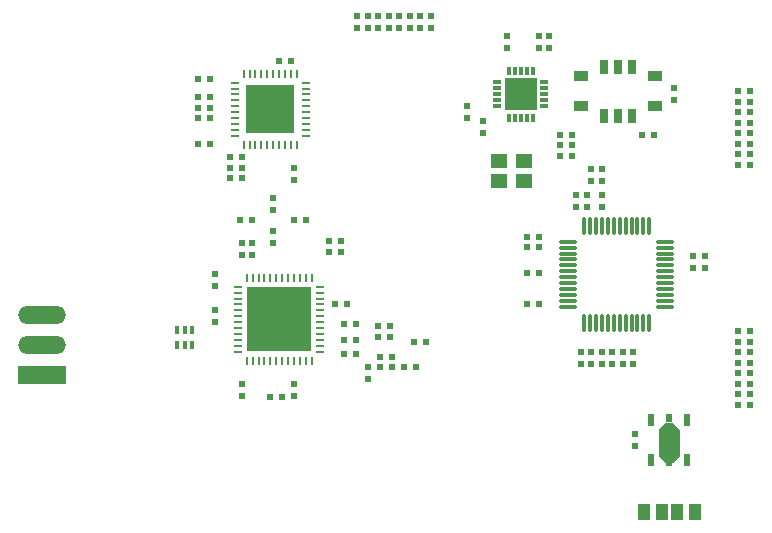
<source format=gtp>
%FSTAX23Y23*%
%MOIN*%
%SFA1B1*%

%IPPOS*%
%ADD11R,0.019685X0.023622*%
%ADD12R,0.023622X0.019685*%
%ADD13O,0.011811X0.064960*%
%ADD14O,0.064960X0.011811*%
%ADD15R,0.216535X0.216535*%
%ADD16R,0.009843X0.031496*%
%ADD17R,0.031496X0.009843*%
%ADD18R,0.161417X0.161417*%
%ADD19O,0.009843X0.031496*%
%ADD20O,0.031496X0.009843*%
%ADD21R,0.043307X0.055118*%
%ADD22R,0.055118X0.047244*%
%ADD23R,0.011811X0.031496*%
%ADD24R,0.031496X0.011811*%
%ADD25R,0.106299X0.106299*%
%ADD26R,0.029921X0.050394*%
%ADD27R,0.050394X0.037008*%
%ADD28R,0.023622X0.043307*%
%ADD29R,0.023622X0.031496*%
%ADD30O,0.159842X0.059842*%
%ADD31R,0.159842X0.059842*%
%ADD32R,0.013780X0.027559*%
%LNpcb_sherpa_mk_ii-1*%
%LPD*%
G36*
X03805Y06255D02*
Y06168D01*
X03781Y06144*
X03757*
X03734Y06168*
Y06255*
X03757Y06278*
X03781*
X03805Y06255*
G37*
G54D11*
X0351Y07085D03*
Y07124D03*
X03545D03*
Y07085D03*
X02975Y07595D03*
Y07634D03*
X02765Y07595D03*
Y07634D03*
X03495Y07D03*
Y07039D03*
X02835Y07595D03*
Y07634D03*
X0273Y07595D03*
Y07634D03*
X0245Y06919D03*
Y0688D03*
X028Y07595D03*
Y07634D03*
X0245Y0699D03*
Y07029D03*
X0287Y07595D03*
Y07634D03*
X0238Y06879D03*
Y0684D03*
X02255Y06654D03*
Y06615D03*
Y06774D03*
Y06735D03*
X0252Y0637D03*
Y06409D03*
X02345Y0637D03*
Y06409D03*
X02905Y07595D03*
Y07634D03*
X0294Y07595D03*
Y07634D03*
X0252Y0709D03*
Y07129D03*
X02765Y06464D03*
Y06425D03*
X02345Y0684D03*
Y06879D03*
X03545Y06475D03*
Y06514D03*
X0358Y06475D03*
Y06514D03*
X03615Y06475D03*
Y06514D03*
X0315Y07245D03*
Y07284D03*
X03095Y07295D03*
Y07334D03*
X0323Y07569D03*
Y0753D03*
X0365Y06475D03*
Y06514D03*
X03545Y07039D03*
Y07D03*
X0346D03*
Y07039D03*
X03475Y06475D03*
Y06514D03*
X0351Y06475D03*
Y06514D03*
X03335Y07569D03*
Y0753D03*
X0337Y07569D03*
Y0753D03*
X03785Y07355D03*
Y07394D03*
X03654Y06202D03*
Y06242D03*
G54D12*
X022Y07425D03*
X02239D03*
X04Y07385D03*
X0404D03*
X04Y0735D03*
X0404D03*
X02559Y06955D03*
X0252D03*
X022Y07365D03*
X02239D03*
X022Y0733D03*
X02239D03*
X02344Y07165D03*
X02305D03*
Y0713D03*
X02344D03*
X0234Y06955D03*
X02379D03*
X02674Y0685D03*
X02635D03*
X02724Y0661D03*
X02685D03*
X02674Y06885D03*
X02635D03*
X02724Y06555D03*
X02685D03*
X02724Y0651D03*
X02685D03*
X02479Y06365D03*
X0244D03*
X022Y0721D03*
X02239D03*
X022Y07295D03*
X02239D03*
X02509Y07485D03*
X0247D03*
X02305Y07095D03*
X02344D03*
X03334Y069D03*
X03295D03*
X04Y0728D03*
X0404D03*
X02655Y06675D03*
X02694D03*
X04Y07245D03*
X0404D03*
X04Y0721D03*
X0404D03*
X04Y07315D03*
X0404D03*
X02844Y065D03*
X02805D03*
X04Y07175D03*
X0404D03*
X02805Y06465D03*
X02844D03*
X0292Y0655D03*
X02959D03*
X04Y0714D03*
X0404D03*
X04Y06585D03*
X04039D03*
X02885Y06465D03*
X02924D03*
X04Y0655D03*
X04039D03*
X04Y06515D03*
X04039D03*
X04Y0648D03*
X04039D03*
X04Y06445D03*
X04039D03*
X04Y0641D03*
X04039D03*
X04Y06375D03*
X04039D03*
X04Y0634D03*
X04039D03*
X03889Y06835D03*
X0385D03*
X03889Y06795D03*
X0385D03*
X03295Y0678D03*
X03334D03*
X03295Y06675D03*
X03334D03*
X03295Y06865D03*
X03334D03*
X028Y06567D03*
X02839D03*
Y06602D03*
X028D03*
X03405Y0724D03*
X03444D03*
X03405Y07205D03*
X03444D03*
X03405Y0717D03*
X03444D03*
X03719Y0724D03*
X0368D03*
G54D13*
X03486Y06936D03*
X03506D03*
X03526D03*
X03545D03*
X03565D03*
X03585D03*
X03604D03*
X03624D03*
X03644D03*
X03663D03*
X03683D03*
X03703D03*
Y06613D03*
X03683D03*
X03663D03*
X03644D03*
X03624D03*
X03604D03*
X03585D03*
X03565D03*
X03545D03*
X03526D03*
X03506D03*
X03486D03*
G54D14*
X03756Y06883D03*
Y06863D03*
Y06843D03*
Y06824D03*
Y06804D03*
Y06784D03*
Y06765D03*
Y06745D03*
Y06725D03*
Y06706D03*
Y06686D03*
Y06666D03*
X03433D03*
Y06686D03*
Y06706D03*
Y06725D03*
Y06745D03*
Y06765D03*
Y06784D03*
Y06804D03*
Y06824D03*
Y06843D03*
Y06863D03*
Y06883D03*
G54D15*
X0247Y06625D03*
G54D16*
X02361Y06762D03*
X02381D03*
X02401D03*
X0242D03*
X0244D03*
X0246D03*
X02479D03*
X02499D03*
X02519D03*
X02538D03*
X02558D03*
X02578D03*
Y06487D03*
X02558D03*
X02538D03*
X02519D03*
X02499D03*
X02479D03*
X0246D03*
X0244D03*
X0242D03*
X02401D03*
X02381D03*
X02361D03*
G54D17*
X02607Y06733D03*
Y06713D03*
Y06693D03*
Y06674D03*
Y06654D03*
Y06634D03*
Y06615D03*
Y06595D03*
Y06575D03*
Y06556D03*
Y06536D03*
Y06516D03*
X02332D03*
Y06536D03*
Y06556D03*
Y06575D03*
Y06595D03*
Y06615D03*
Y06634D03*
Y06654D03*
Y06674D03*
Y06693D03*
Y06713D03*
Y06733D03*
G54D18*
X0244Y07325D03*
G54D19*
X02528Y07206D03*
X02508D03*
X02489D03*
X02469D03*
X02449D03*
X0243D03*
X0241D03*
X0239D03*
X02371D03*
X02351D03*
Y07443D03*
X02371D03*
X0239D03*
X0241D03*
X0243D03*
X02449D03*
X02469D03*
X02489D03*
X02508D03*
X02528D03*
G54D20*
X02321Y07236D03*
Y07256D03*
Y07275D03*
Y07295D03*
Y07315D03*
Y07334D03*
Y07354D03*
Y07374D03*
Y07393D03*
Y07413D03*
X02558D03*
Y07393D03*
Y07374D03*
Y07354D03*
Y07334D03*
Y07315D03*
Y07295D03*
Y07275D03*
Y07256D03*
Y07236D03*
G54D21*
X03795Y05982D03*
X03854D03*
X03744D03*
X03685D03*
G54D22*
X03203Y07086D03*
X03286D03*
Y07153D03*
X03203D03*
G54D23*
X03235Y07296D03*
X03255D03*
X03275D03*
X03294D03*
X03314D03*
Y07453D03*
X03294D03*
X03275D03*
X03255D03*
X03235D03*
G54D24*
X03353Y07335D03*
Y07355D03*
Y07375D03*
Y07394D03*
Y07414D03*
X03196D03*
Y07394D03*
Y07375D03*
Y07355D03*
Y07335D03*
G54D25*
X03275Y07375D03*
G54D26*
X03646Y07467D03*
X036D03*
X03553D03*
Y07302D03*
X036D03*
X03646D03*
G54D27*
X03477Y07435D03*
Y07335D03*
X03722D03*
Y07435D03*
G54D28*
X03828Y06288D03*
X0371D03*
X03828Y06156D03*
X0371D03*
G54D29*
X03769Y06294D03*
Y0615D03*
G54D30*
X0168Y0664D03*
Y0654D03*
G54D31*
X0168Y0644D03*
G54D32*
X02129Y0659D03*
X02155D03*
X0218D03*
Y06539D03*
X02155D03*
X02129D03*
M02*
</source>
